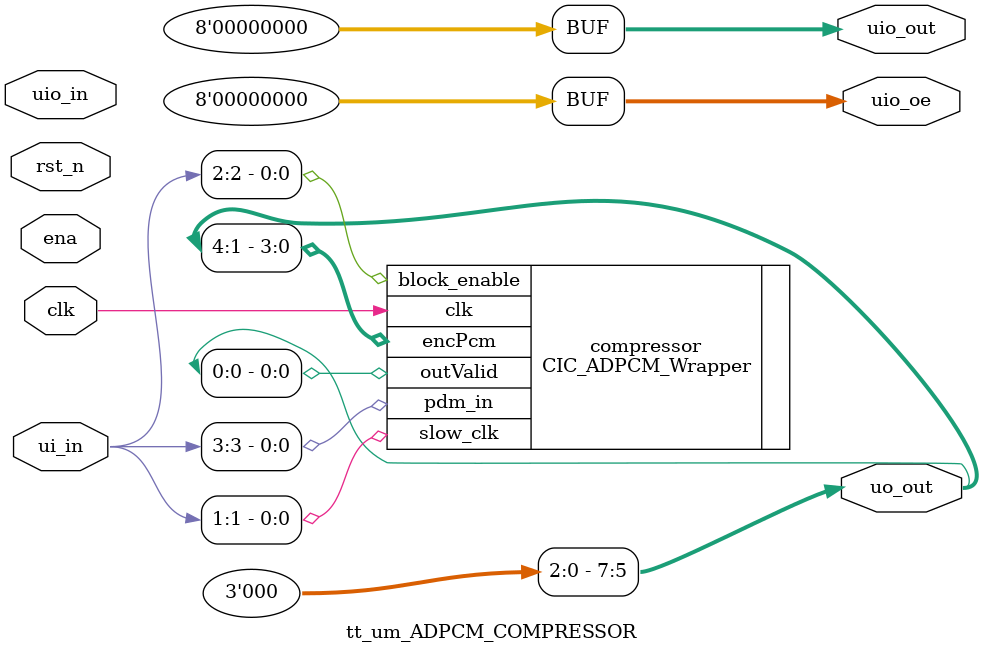
<source format=v>
`default_nettype none

module tt_um_ADPCM_COMPRESSOR (
	input  wire [7:0] ui_in,	// Dedicated inputs
	output wire [7:0] uo_out,	// Dedicated outputs
	input  wire [7:0] uio_in,	// IOs: Input path
	output wire [7:0] uio_out,	// IOs: Output path
	output wire [7:0] uio_oe,	// IOs: Enable path (active high: 0=input, 1=output)
	input  wire       ena,
	input  wire       clk,
	input  wire       rst_n
);


	CIC_ADPCM_Wrapper compressor(
		.clk(clk),
		.slow_clk(ui_in[1]),
		.block_enable(ui_in[2]),
		.pdm_in(ui_in[3]),
		.outValid(uo_out[0]),
		.encPcm(uo_out[4:1])
	);

	assign uio_out = 7'd0;
	assign uio_oe = 7'd0;
	assign uo_out[7:5] = 3'd0;


endmodule // ADPCM_COMPRESSOR

</source>
